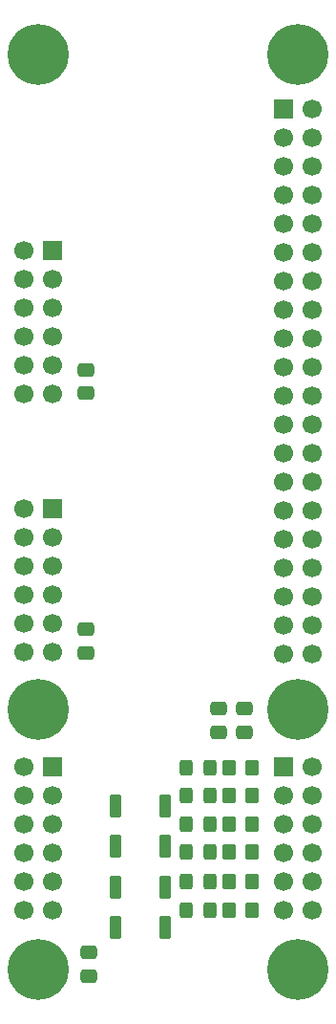
<source format=gbr>
%TF.GenerationSoftware,KiCad,Pcbnew,9.0.7*%
%TF.CreationDate,2026-02-02T21:57:33-08:00*%
%TF.ProjectId,IcePi_Zero_PMOD_Breakout,49636550-695f-45a6-9572-6f5f504d4f44,rev?*%
%TF.SameCoordinates,Original*%
%TF.FileFunction,Soldermask,Top*%
%TF.FilePolarity,Negative*%
%FSLAX46Y46*%
G04 Gerber Fmt 4.6, Leading zero omitted, Abs format (unit mm)*
G04 Created by KiCad (PCBNEW 9.0.7) date 2026-02-02 21:57:33*
%MOMM*%
%LPD*%
G01*
G04 APERTURE LIST*
G04 Aperture macros list*
%AMRoundRect*
0 Rectangle with rounded corners*
0 $1 Rounding radius*
0 $2 $3 $4 $5 $6 $7 $8 $9 X,Y pos of 4 corners*
0 Add a 4 corners polygon primitive as box body*
4,1,4,$2,$3,$4,$5,$6,$7,$8,$9,$2,$3,0*
0 Add four circle primitives for the rounded corners*
1,1,$1+$1,$2,$3*
1,1,$1+$1,$4,$5*
1,1,$1+$1,$6,$7*
1,1,$1+$1,$8,$9*
0 Add four rect primitives between the rounded corners*
20,1,$1+$1,$2,$3,$4,$5,0*
20,1,$1+$1,$4,$5,$6,$7,0*
20,1,$1+$1,$6,$7,$8,$9,0*
20,1,$1+$1,$8,$9,$2,$3,0*%
G04 Aperture macros list end*
%ADD10C,5.400000*%
%ADD11R,1.700000X1.700000*%
%ADD12C,1.700000*%
%ADD13RoundRect,0.250000X-0.325000X-0.450000X0.325000X-0.450000X0.325000X0.450000X-0.325000X0.450000X0*%
%ADD14RoundRect,0.250000X0.350000X0.450000X-0.350000X0.450000X-0.350000X-0.450000X0.350000X-0.450000X0*%
%ADD15RoundRect,0.157500X0.367500X0.842500X-0.367500X0.842500X-0.367500X-0.842500X0.367500X-0.842500X0*%
%ADD16RoundRect,0.250000X0.475000X-0.337500X0.475000X0.337500X-0.475000X0.337500X-0.475000X-0.337500X0*%
%ADD17RoundRect,0.250000X-0.475000X0.337500X-0.475000X-0.337500X0.475000X-0.337500X0.475000X0.337500X0*%
G04 APERTURE END LIST*
D10*
%TO.C,H1*%
X69750000Y-37750000D03*
%TD*%
D11*
%TO.C,J1*%
X91497500Y-42620000D03*
D12*
X94037500Y-42620000D03*
X91497500Y-45160000D03*
X94037500Y-45160000D03*
X91497500Y-47700000D03*
X94037500Y-47700000D03*
X91497500Y-50240000D03*
X94037500Y-50240000D03*
X91497500Y-52780000D03*
X94037500Y-52780000D03*
X91497500Y-55320000D03*
X94037500Y-55320000D03*
X91497500Y-57860000D03*
X94037500Y-57860000D03*
X91497500Y-60400000D03*
X94037500Y-60400000D03*
X91497500Y-62940000D03*
X94037500Y-62940000D03*
X91497500Y-65480000D03*
X94037500Y-65480000D03*
X91497500Y-68020000D03*
X94037500Y-68020000D03*
X91497500Y-70560000D03*
X94037500Y-70560000D03*
X91497500Y-73100000D03*
X94037500Y-73100000D03*
X91497500Y-75640000D03*
X94037500Y-75640000D03*
X91497500Y-78180000D03*
X94037500Y-78180000D03*
X91497500Y-80720000D03*
X94037500Y-80720000D03*
X91497500Y-83260000D03*
X94037500Y-83260000D03*
X91497500Y-85800000D03*
X94037500Y-85800000D03*
X91497500Y-88340000D03*
X94037500Y-88340000D03*
X91497500Y-90880000D03*
X94037500Y-90880000D03*
%TD*%
D13*
%TO.C,D1*%
X82875000Y-100900000D03*
X84925000Y-100900000D03*
%TD*%
D14*
%TO.C,R3*%
X88700000Y-105900000D03*
X86700000Y-105900000D03*
%TD*%
D13*
%TO.C,D3*%
X82875000Y-105900000D03*
X84925000Y-105900000D03*
%TD*%
D14*
%TO.C,R1*%
X88700000Y-100900000D03*
X86700000Y-100900000D03*
%TD*%
D15*
%TO.C,SW1*%
X81025000Y-104300000D03*
X76575000Y-104300000D03*
%TD*%
D16*
%TO.C,C5*%
X88000000Y-97750000D03*
X88000000Y-95675000D03*
%TD*%
D13*
%TO.C,D2*%
X82875000Y-103400000D03*
X84925000Y-103400000D03*
%TD*%
D11*
%TO.C,J3*%
X71020000Y-77970000D03*
D12*
X68480000Y-77970000D03*
X71020000Y-80510000D03*
X68480000Y-80510000D03*
X71020000Y-83050000D03*
X68480000Y-83050000D03*
X71020000Y-85590000D03*
X68480000Y-85590000D03*
X71020000Y-88130000D03*
X68480000Y-88130000D03*
X71020000Y-90670000D03*
X68480000Y-90670000D03*
%TD*%
D15*
%TO.C,SW3*%
X81025000Y-111500000D03*
X76575000Y-111500000D03*
%TD*%
D10*
%TO.C,H5*%
X69750000Y-118750001D03*
%TD*%
D15*
%TO.C,SW2*%
X81025000Y-107900000D03*
X76575000Y-107900000D03*
%TD*%
D13*
%TO.C,D4*%
X82875000Y-108400000D03*
X84925000Y-108400000D03*
%TD*%
D16*
%TO.C,C2*%
X74000000Y-90750000D03*
X74000000Y-88675000D03*
%TD*%
D14*
%TO.C,R6*%
X88700000Y-113500000D03*
X86700000Y-113500000D03*
%TD*%
D13*
%TO.C,D6*%
X82875000Y-113500000D03*
X84925000Y-113500000D03*
%TD*%
D11*
%TO.C,J4*%
X71020000Y-100830000D03*
D12*
X68480000Y-100830000D03*
X71020000Y-103370000D03*
X68480000Y-103370000D03*
X71020000Y-105910000D03*
X68480000Y-105910000D03*
X71020000Y-108450000D03*
X68480000Y-108450000D03*
X71020000Y-110990000D03*
X68480000Y-110990000D03*
X71020000Y-113530000D03*
X68480000Y-113530000D03*
%TD*%
D10*
%TO.C,H4*%
X92750000Y-95750000D03*
%TD*%
%TO.C,H3*%
X69750000Y-95750000D03*
%TD*%
D13*
%TO.C,D5*%
X82875000Y-111000000D03*
X84925000Y-111000000D03*
%TD*%
D14*
%TO.C,R2*%
X88700000Y-103400000D03*
X86700000Y-103400000D03*
%TD*%
D17*
%TO.C,C3*%
X74200000Y-117262500D03*
X74200000Y-119337500D03*
%TD*%
D15*
%TO.C,SW4*%
X81025000Y-115100000D03*
X76575000Y-115100000D03*
%TD*%
D11*
%TO.C,J5*%
X91475000Y-100830000D03*
D12*
X94015000Y-100830000D03*
X91475000Y-103370000D03*
X94015000Y-103370000D03*
X91475000Y-105910000D03*
X94015000Y-105910000D03*
X91475000Y-108450000D03*
X94015000Y-108450000D03*
X91475000Y-110990000D03*
X94015000Y-110990000D03*
X91475000Y-113530000D03*
X94015000Y-113530000D03*
%TD*%
D14*
%TO.C,R4*%
X88700000Y-108400000D03*
X86700000Y-108400000D03*
%TD*%
D16*
%TO.C,C1*%
X74000000Y-67750000D03*
X74000000Y-65675000D03*
%TD*%
%TO.C,C4*%
X85750000Y-97750000D03*
X85750000Y-95675000D03*
%TD*%
D10*
%TO.C,H2*%
X92750000Y-37750000D03*
%TD*%
D14*
%TO.C,R5*%
X88700000Y-111000000D03*
X86700000Y-111000000D03*
%TD*%
D11*
%TO.C,J2*%
X71020000Y-55110000D03*
D12*
X68480000Y-55110000D03*
X71020000Y-57650000D03*
X68480000Y-57650000D03*
X71020000Y-60190000D03*
X68480000Y-60190000D03*
X71020000Y-62730000D03*
X68480000Y-62730000D03*
X71020000Y-65270000D03*
X68480000Y-65270000D03*
X71020000Y-67810000D03*
X68480000Y-67810000D03*
%TD*%
D10*
%TO.C,H6*%
X92750000Y-118750001D03*
%TD*%
M02*

</source>
